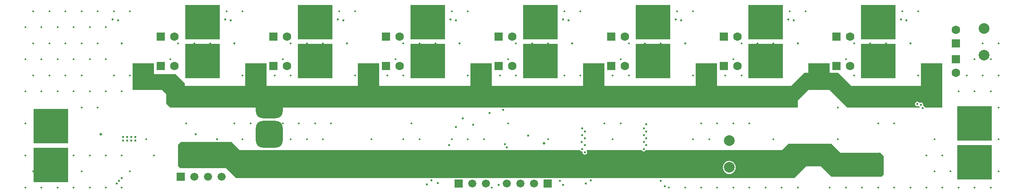
<source format=gbr>
%TF.GenerationSoftware,Altium Limited,Altium Designer,24.0.1 (36)*%
G04 Layer_Physical_Order=2*
G04 Layer_Color=36540*
%FSLAX45Y45*%
%MOMM*%
%TF.SameCoordinates,2C358838-E96C-4A59-A5A0-E9FE71613952*%
%TF.FilePolarity,Positive*%
%TF.FileFunction,Copper,L2,Inr,Signal*%
%TF.Part,Single*%
G01*
G75*
%TA.AperFunction,ComponentPad*%
%ADD33C,2.00000*%
%ADD34R,1.50000X1.50000*%
%ADD35C,1.50000*%
%ADD36R,6.50000X6.50000*%
%ADD37C,1.60000*%
%ADD38R,1.60000X1.60000*%
G04:AMPARAMS|DCode=39|XSize=5mm|YSize=5mm|CornerRadius=1.25mm|HoleSize=0mm|Usage=FLASHONLY|Rotation=90.000|XOffset=0mm|YOffset=0mm|HoleType=Round|Shape=RoundedRectangle|*
%AMROUNDEDRECTD39*
21,1,5.00000,2.50000,0,0,90.0*
21,1,2.50000,5.00000,0,0,90.0*
1,1,2.50000,1.25000,1.25000*
1,1,2.50000,1.25000,-1.25000*
1,1,2.50000,-1.25000,-1.25000*
1,1,2.50000,-1.25000,1.25000*
%
%ADD39ROUNDEDRECTD39*%
%ADD40R,1.60000X1.60000*%
%TA.AperFunction,ViaPad*%
%ADD41C,0.35000*%
%ADD42C,0.50000*%
%ADD43C,0.45000*%
G36*
X19800000Y4525000D02*
Y4200000D01*
X19472115D01*
X19467514Y4211107D01*
X19455557Y4223062D01*
X19449611Y4225526D01*
X19442384Y4241266D01*
X19442500Y4241546D01*
Y4258454D01*
X19436031Y4274074D01*
X19424074Y4286030D01*
X19408453Y4292500D01*
X19391547D01*
X19375926Y4286030D01*
X19362439Y4290503D01*
X19354735Y4298206D01*
X19339114Y4304676D01*
X19322208D01*
X19306587Y4298206D01*
X19294630Y4286251D01*
X19288161Y4270630D01*
Y4253723D01*
X19294630Y4238103D01*
X19306587Y4226147D01*
X19322208Y4219677D01*
X19339114D01*
X19354735Y4226147D01*
X19368224Y4221674D01*
X19375926Y4213970D01*
X19378992Y4212700D01*
X19376466Y4200000D01*
X18100000D01*
X18025000Y4200000D01*
X17700000Y4525000D01*
X17300000D01*
X17100000Y4325000D01*
Y4200000D01*
X5400000D01*
X5325000Y4275000D01*
Y4450000D01*
X5250000Y4525000D01*
X4700000D01*
Y4800000D01*
Y5025000D01*
X5100000D01*
Y4825000D01*
X5500000D01*
X5675000Y4650000D01*
Y4600000D01*
X6800000D01*
Y5025000D01*
X7200000D01*
Y4600000D01*
X8900000D01*
Y5025000D01*
X9300000D01*
Y4600000D01*
X11000000D01*
Y5025000D01*
X11400000D01*
Y4600000D01*
X13100000D01*
Y5025000D01*
X13500000D01*
Y4600000D01*
X15200000D01*
Y5025000D01*
X15600000D01*
Y4600000D01*
X16975000D01*
Y4600000D01*
X17225000Y4850000D01*
X17300000D01*
Y5025000D01*
X17700000D01*
Y4850000D01*
X17850002D01*
X18100000Y4600000D01*
X19400000D01*
Y5025000D01*
X19800000D01*
Y4525000D01*
D02*
G37*
G36*
X6550000Y3550000D02*
X6700000Y3400000D01*
X7500000D01*
X7500000Y3400000D01*
X13042284Y3399997D01*
X13043970Y3395926D01*
X13055927Y3383970D01*
X13071545Y3377500D01*
X13077501D01*
X13087500Y3368453D01*
Y3351546D01*
X13093970Y3335926D01*
X13105927Y3323970D01*
X13121545Y3317500D01*
X13138454D01*
X13154074Y3323970D01*
X13166029Y3335926D01*
X13172501Y3351546D01*
Y3368454D01*
X13166029Y3384074D01*
X13162807Y3387296D01*
X13168068Y3399997D01*
X14192285Y3399996D01*
X14193970Y3395926D01*
X14205927Y3383970D01*
X14221545Y3377500D01*
X14238454D01*
X14254074Y3383970D01*
X14266029Y3395926D01*
X14267715Y3399996D01*
X16809995Y3399994D01*
X16930000Y3520000D01*
X17730000Y3520000D01*
X17900000Y3350000D01*
X18620000D01*
X18630000Y3360000D01*
X18700000Y3290000D01*
Y2940000D01*
X18660001Y2900000D01*
X17730000D01*
X17530000Y3100000D01*
X17260001D01*
X17039999Y2880000D01*
X6620000D01*
X6440000Y3060000D01*
X5590000D01*
X5550000Y3100000D01*
Y3500000D01*
X5600000Y3550000D01*
X6550000Y3550000D01*
D02*
G37*
%LPC*%
G36*
X15840797Y3195000D02*
X15809203D01*
X15778682Y3186822D01*
X15751318Y3171024D01*
X15728976Y3148682D01*
X15713177Y3121318D01*
X15705000Y3090798D01*
Y3059202D01*
X15713177Y3028682D01*
X15728976Y3001318D01*
X15751318Y2978976D01*
X15778682Y2963178D01*
X15809203Y2955000D01*
X15840797D01*
X15871320Y2963178D01*
X15898682Y2978976D01*
X15921024Y3001318D01*
X15936823Y3028682D01*
X15945000Y3059202D01*
Y3090798D01*
X15936823Y3121318D01*
X15921024Y3148682D01*
X15898682Y3171024D01*
X15871320Y3186822D01*
X15840797Y3195000D01*
D02*
G37*
%LPD*%
D33*
X20575000Y5175000D02*
D03*
Y5675000D02*
D03*
X15825000Y3575000D02*
D03*
Y3075000D02*
D03*
D34*
X10775000Y2775000D02*
D03*
X12437000D02*
D03*
X5600000Y2900000D02*
D03*
D35*
X11029000Y2775000D02*
D03*
X11283000D02*
D03*
X11675000D02*
D03*
X11929000D02*
D03*
X12183000D02*
D03*
X6362000Y2900000D02*
D03*
X6108000D02*
D03*
X5854000D02*
D03*
D36*
X20400000Y3168480D02*
D03*
Y3900000D02*
D03*
X6000000Y5068480D02*
D03*
Y5800000D02*
D03*
X16500000D02*
D03*
Y5068480D02*
D03*
X18600000Y5800000D02*
D03*
Y5068480D02*
D03*
X14400000Y5800000D02*
D03*
Y5068480D02*
D03*
X10200000Y5800000D02*
D03*
Y5068480D02*
D03*
X12300000Y5800000D02*
D03*
Y5068480D02*
D03*
X8100000Y5800000D02*
D03*
Y5068480D02*
D03*
X3175000Y3850000D02*
D03*
Y3118480D02*
D03*
D37*
X15977000Y4975000D02*
D03*
Y5525000D02*
D03*
X13877000Y4975000D02*
D03*
Y5525000D02*
D03*
X11777000Y4975000D02*
D03*
Y5525000D02*
D03*
X9677000Y4975000D02*
D03*
Y5525000D02*
D03*
X7577000Y4975000D02*
D03*
Y5525000D02*
D03*
X5477000Y4975000D02*
D03*
Y5525000D02*
D03*
X18077000Y4975000D02*
D03*
Y5525000D02*
D03*
X20050000Y4848000D02*
D03*
Y5652000D02*
D03*
D38*
X15723000Y4975000D02*
D03*
Y5525000D02*
D03*
X13623000Y4975000D02*
D03*
Y5525000D02*
D03*
X11523000Y4975000D02*
D03*
Y5525000D02*
D03*
X9423000Y4975000D02*
D03*
Y5525000D02*
D03*
X7323000Y4975000D02*
D03*
Y5525000D02*
D03*
X5223000Y4975000D02*
D03*
Y5525000D02*
D03*
X17823000Y4975000D02*
D03*
Y5525000D02*
D03*
D39*
X7250000Y3700000D02*
D03*
Y4250000D02*
D03*
Y3150000D02*
D03*
D40*
X20050000Y5102000D02*
D03*
Y5398000D02*
D03*
D41*
X20849994Y5399998D02*
D03*
X20699994Y5099998D02*
D03*
X20849994Y4799999D02*
D03*
X20699994Y4499999D02*
D03*
X20849994Y4199999D02*
D03*
Y3599999D02*
D03*
X20699994Y3299999D02*
D03*
X20849994Y2999999D02*
D03*
X20699994Y2699999D02*
D03*
X20549994Y5399998D02*
D03*
X20399994Y5099998D02*
D03*
X20549994Y4799999D02*
D03*
X20399994Y4499999D02*
D03*
Y2699999D02*
D03*
X20249994Y4799999D02*
D03*
X20099994Y4499999D02*
D03*
Y3299999D02*
D03*
Y2699999D02*
D03*
X19799994Y3299999D02*
D03*
X19949994Y2999999D02*
D03*
X19799994Y2699999D02*
D03*
X19649994Y3599999D02*
D03*
X19499994Y3299999D02*
D03*
X19649994Y2999999D02*
D03*
X19499994Y2699999D02*
D03*
X19349994Y5999998D02*
D03*
Y4799999D02*
D03*
X19199994Y2699999D02*
D03*
X19049994Y5999998D02*
D03*
X18899994Y5099998D02*
D03*
Y3899999D02*
D03*
Y2699999D02*
D03*
X18749994Y5399998D02*
D03*
Y4799999D02*
D03*
X18599994Y3899999D02*
D03*
Y2699999D02*
D03*
X18449994Y5399998D02*
D03*
X18299994Y5099998D02*
D03*
X18449994Y4799999D02*
D03*
X18299994Y2699999D02*
D03*
X18149994Y5399998D02*
D03*
X17999994Y5099998D02*
D03*
X18149994Y4799999D02*
D03*
X17999994Y2699999D02*
D03*
X17849995Y4199999D02*
D03*
Y3599999D02*
D03*
X17699995Y2699999D02*
D03*
X17249995Y5999998D02*
D03*
X17099995Y2699999D02*
D03*
X16949995Y5999998D02*
D03*
X16799995Y5099998D02*
D03*
Y2699999D02*
D03*
X16649995Y5399998D02*
D03*
Y4799999D02*
D03*
Y3599999D02*
D03*
X16499995Y2699999D02*
D03*
X16349995Y5399998D02*
D03*
X16199995Y5099998D02*
D03*
X16349995Y4799999D02*
D03*
X16199995Y3899999D02*
D03*
Y2699999D02*
D03*
X16049995Y5399998D02*
D03*
X15899995Y5099998D02*
D03*
X16049995Y4799999D02*
D03*
X15899995Y3899999D02*
D03*
Y2699999D02*
D03*
X15749995Y4799999D02*
D03*
X15599995Y3899999D02*
D03*
Y2699999D02*
D03*
X15299995Y3899999D02*
D03*
X15449995Y3599999D02*
D03*
X15299995Y2699999D02*
D03*
X15149995Y5999998D02*
D03*
Y4799999D02*
D03*
Y3599999D02*
D03*
X14999995Y2699999D02*
D03*
X14849995Y5999998D02*
D03*
X14699995Y5099998D02*
D03*
Y2699999D02*
D03*
X14549995Y5399998D02*
D03*
Y4799999D02*
D03*
X14249995Y5399998D02*
D03*
X14099995Y5099998D02*
D03*
X14249995Y4799999D02*
D03*
X13949995Y5399998D02*
D03*
X13799995Y5099998D02*
D03*
X13949995Y4799999D02*
D03*
X13799995Y3899999D02*
D03*
X13649995Y4799999D02*
D03*
X13499995Y3899999D02*
D03*
X13649995Y3599999D02*
D03*
X13049995Y5999998D02*
D03*
Y4799999D02*
D03*
X12749996Y5999998D02*
D03*
X12599996Y5099998D02*
D03*
X12749996Y4799999D02*
D03*
X12449996Y5399998D02*
D03*
Y4799999D02*
D03*
Y3599999D02*
D03*
X12149996Y5399998D02*
D03*
X11999996Y5099998D02*
D03*
X12149996Y4799999D02*
D03*
X11849996Y5399998D02*
D03*
X11699996Y5099998D02*
D03*
X11849996Y4799999D02*
D03*
X11699996Y3899999D02*
D03*
X11549996Y4799999D02*
D03*
X11399997Y2699999D02*
D03*
X11249997Y3599999D02*
D03*
X10949997Y5999998D02*
D03*
Y4799999D02*
D03*
Y3599999D02*
D03*
X10649997Y5999998D02*
D03*
X10499997Y5099998D02*
D03*
X10649997Y3599999D02*
D03*
X10349997Y5399998D02*
D03*
Y4799999D02*
D03*
X10049997Y5399998D02*
D03*
X9899997Y5099998D02*
D03*
X10049997Y4799999D02*
D03*
X9899997Y3899999D02*
D03*
X10049997Y3599999D02*
D03*
X9749997Y5399998D02*
D03*
X9599997Y5099998D02*
D03*
X9749997Y4799999D02*
D03*
Y3599999D02*
D03*
X9449997Y4799999D02*
D03*
X9149997Y3599999D02*
D03*
X8849997Y5999998D02*
D03*
Y4799999D02*
D03*
X8549997Y5999998D02*
D03*
X8399997Y5099998D02*
D03*
Y3899999D02*
D03*
X8249997Y5399998D02*
D03*
Y4799999D02*
D03*
X8099998Y3899999D02*
D03*
X8249997Y3599999D02*
D03*
X7949998Y5399998D02*
D03*
X7799998Y5099998D02*
D03*
X7949998Y4799999D02*
D03*
X7799998Y3899999D02*
D03*
X7949998Y3599999D02*
D03*
X7649998Y5399998D02*
D03*
X7499998Y5099998D02*
D03*
X7649998Y4799999D02*
D03*
X7499998Y3899999D02*
D03*
X7649998Y3599999D02*
D03*
X7349998Y4799999D02*
D03*
X6899998Y3899999D02*
D03*
X6749998Y5999998D02*
D03*
Y4799999D02*
D03*
X6599998Y3899999D02*
D03*
X6749998Y3599999D02*
D03*
X6449998Y5999998D02*
D03*
X6299998Y5099998D02*
D03*
X6149998Y5399998D02*
D03*
Y4799999D02*
D03*
X5849998Y5399998D02*
D03*
X5699998Y5099998D02*
D03*
X5849998Y4799999D02*
D03*
X5699998Y3899999D02*
D03*
X5549998Y5399998D02*
D03*
X5399998Y5099998D02*
D03*
X5099998Y3299999D02*
D03*
X4949998Y3599999D02*
D03*
X4649999Y5999998D02*
D03*
Y4799999D02*
D03*
X4499999Y4499999D02*
D03*
Y3299999D02*
D03*
X4649999Y2999999D02*
D03*
X4499999Y2699999D02*
D03*
X4349999Y5999998D02*
D03*
X4199999Y5699998D02*
D03*
Y5099998D02*
D03*
X4349999Y4799999D02*
D03*
X4199999Y4499999D02*
D03*
Y3299999D02*
D03*
Y2699999D02*
D03*
X4049999Y5999998D02*
D03*
X3899999Y5699998D02*
D03*
X4049999Y5399998D02*
D03*
X3899999Y5099998D02*
D03*
Y4499999D02*
D03*
X4049999Y4199999D02*
D03*
X3899999Y3299999D02*
D03*
Y2699999D02*
D03*
X3749999Y5999998D02*
D03*
X3599999Y5699998D02*
D03*
X3749999Y5399998D02*
D03*
X3599999Y5099998D02*
D03*
X3749999Y4799999D02*
D03*
X3599999Y4499999D02*
D03*
X3749999Y4199999D02*
D03*
X3599999Y3299999D02*
D03*
X3749999Y2999999D02*
D03*
X3599999Y2699999D02*
D03*
X3449999Y5999998D02*
D03*
X3299999Y5699998D02*
D03*
X3449999Y5399998D02*
D03*
X3299999Y5099998D02*
D03*
X3449999Y4799999D02*
D03*
X3299999Y4499999D02*
D03*
X3449999Y2999999D02*
D03*
X3299999Y2699999D02*
D03*
X3149999Y5999998D02*
D03*
X2999999Y5699998D02*
D03*
X3149999Y5399998D02*
D03*
X2999999Y5099998D02*
D03*
X3149999Y4799999D02*
D03*
X2999999Y4499999D02*
D03*
Y2699999D02*
D03*
X2849999Y5999998D02*
D03*
X2699999Y5699998D02*
D03*
X2849999Y5399998D02*
D03*
X2699999Y5099998D02*
D03*
X2849999Y4799999D02*
D03*
X2699999Y4499999D02*
D03*
Y3899999D02*
D03*
Y3299999D02*
D03*
X2849999Y2999999D02*
D03*
X2699999Y2699999D02*
D03*
D42*
X4110000Y3700000D02*
D03*
X12375000Y3525000D02*
D03*
D43*
X13150000Y2775000D02*
D03*
X13200000Y4800000D02*
D03*
Y4875000D02*
D03*
X13275000Y4800000D02*
D03*
Y4875000D02*
D03*
X13350000Y4800000D02*
D03*
Y4875000D02*
D03*
X13425000Y4800000D02*
D03*
X19725000D02*
D03*
X19650000D02*
D03*
X19575000D02*
D03*
X19500000D02*
D03*
Y4875000D02*
D03*
X19575000D02*
D03*
X19650000D02*
D03*
X19725000D02*
D03*
X17625000Y4800000D02*
D03*
X17550000D02*
D03*
X17475000D02*
D03*
X17400000D02*
D03*
Y4875000D02*
D03*
X17475000D02*
D03*
X17550000D02*
D03*
X17625000D02*
D03*
X15525000Y4800000D02*
D03*
X15450000D02*
D03*
X15375000D02*
D03*
X15300000D02*
D03*
Y4875000D02*
D03*
X15375000D02*
D03*
X15450000D02*
D03*
X15525000D02*
D03*
X13425000D02*
D03*
X11325000Y4800000D02*
D03*
X11250000D02*
D03*
X11175000D02*
D03*
X11100000D02*
D03*
Y4875000D02*
D03*
X11175000D02*
D03*
X11250000D02*
D03*
X11325000D02*
D03*
X9225000Y4800000D02*
D03*
X9150000D02*
D03*
X9075000D02*
D03*
X9000000D02*
D03*
Y4875000D02*
D03*
X9075000D02*
D03*
X9150000D02*
D03*
X9225000D02*
D03*
X7125000Y4800000D02*
D03*
X7050000D02*
D03*
X6975000D02*
D03*
X6900000D02*
D03*
Y4875000D02*
D03*
X6975000D02*
D03*
X7050000D02*
D03*
X7125000D02*
D03*
X5025000Y4800000D02*
D03*
X4950000D02*
D03*
X4875000D02*
D03*
X4800000D02*
D03*
Y4875000D02*
D03*
X4875000D02*
D03*
X4950000D02*
D03*
X5025000D02*
D03*
X12725000Y2750000D02*
D03*
X14550000Y2825000D02*
D03*
X14625000Y2725000D02*
D03*
X18430000Y3200000D02*
D03*
Y3110000D02*
D03*
Y3010000D02*
D03*
Y3290000D02*
D03*
X18520000Y3200000D02*
D03*
Y3290000D02*
D03*
Y3110000D02*
D03*
Y3010000D02*
D03*
X18200000Y3290000D02*
D03*
Y3200000D02*
D03*
Y3110000D02*
D03*
Y3010000D02*
D03*
X18110001D02*
D03*
Y3110000D02*
D03*
Y3200000D02*
D03*
Y3290000D02*
D03*
X5745000Y3390000D02*
D03*
X5820000D02*
D03*
Y3165000D02*
D03*
X5670000D02*
D03*
Y3390000D02*
D03*
X5745000Y3165000D02*
D03*
Y3240000D02*
D03*
X5595000Y3390000D02*
D03*
X5745000Y3315000D02*
D03*
X5670000Y3240000D02*
D03*
X5595000D02*
D03*
X5820000Y3315000D02*
D03*
X5670000D02*
D03*
X5595000Y3165000D02*
D03*
Y3315000D02*
D03*
X5820000Y3240000D02*
D03*
X11050141Y3877710D02*
D03*
X10853226Y3995741D02*
D03*
X10730000Y3830000D02*
D03*
X10190000Y2760000D02*
D03*
X10390000Y2780000D02*
D03*
X10270000Y2830000D02*
D03*
X19330661Y4262177D02*
D03*
X19400000Y4250000D02*
D03*
X13239999Y2830000D02*
D03*
X11675000Y3450000D02*
D03*
X11643516Y3512968D02*
D03*
X10600000Y3490000D02*
D03*
X14280000Y3880000D02*
D03*
Y3750000D02*
D03*
X14230000Y3810000D02*
D03*
X13080000D02*
D03*
X13070000Y3550000D02*
D03*
X13080000Y3420000D02*
D03*
X13130000Y3360000D02*
D03*
Y3620000D02*
D03*
X13080000Y3680000D02*
D03*
X13130000Y3750000D02*
D03*
X14230000Y3680000D02*
D03*
X13130000Y3490000D02*
D03*
X14280000Y3620000D02*
D03*
X11525000Y2750000D02*
D03*
X12671138Y2826931D02*
D03*
X5875000Y3700000D02*
D03*
X6275000Y3600000D02*
D03*
X12075000Y3675000D02*
D03*
X11611858Y4150767D02*
D03*
X11354567Y4092356D02*
D03*
X14230000Y3550000D02*
D03*
Y3420000D02*
D03*
X14280000Y3490000D02*
D03*
X19431483Y4187033D02*
D03*
X4450000Y2825000D02*
D03*
X4500000Y2875000D02*
D03*
X4400000Y2775000D02*
D03*
X19200000Y5400000D02*
D03*
X17100000D02*
D03*
X15000000D02*
D03*
X12900000D02*
D03*
X10800000D02*
D03*
X8700000D02*
D03*
X6600000D02*
D03*
X4500000D02*
D03*
X4325000Y5850000D02*
D03*
X4425679Y5827022D02*
D03*
X6425000Y5850000D02*
D03*
X6525679Y5827022D02*
D03*
X8525000Y5850000D02*
D03*
X8625679Y5827022D02*
D03*
X10625000Y5850000D02*
D03*
X10725679Y5827022D02*
D03*
X12725000Y5850000D02*
D03*
X12825679Y5827022D02*
D03*
X14825000Y5850000D02*
D03*
X14925679Y5827022D02*
D03*
X16925000Y5850000D02*
D03*
X17025679Y5827022D02*
D03*
X19125679D02*
D03*
X19025000Y5850000D02*
D03*
X4750000Y3650000D02*
D03*
X4675000D02*
D03*
X4600000D02*
D03*
X4525000D02*
D03*
Y3575000D02*
D03*
X4600000D02*
D03*
X4675000D02*
D03*
X4750000D02*
D03*
%TF.MD5,0f19f7ad6650506f0e221134c5d79be0*%
M02*

</source>
